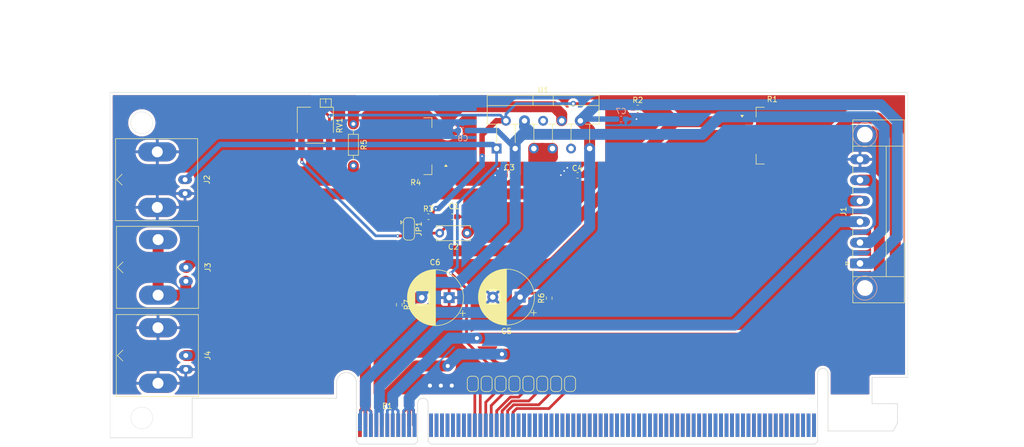
<source format=kicad_pcb>
(kicad_pcb (version 20240108) (generator "pcbnew") (generator_version "8.0")
  (layers (0 "F.Cu" signal) (31 "B.Cu" signal) (34 "B.Paste" user) (35 "F.Paste" user) (36 "B.SilkS" user "B.Silkscreen") (37 "F.SilkS" user "F.Silkscreen") (38 "B.Mask" user) (39 "F.Mask" user) (44 "Edge.Cuts" user))
  (net 0 "")
  (net 1 "Net-(J3-In)")
  (net 2 "Net-(JP1-C)")
  (net 3 "+5V")
  (net 4 "-24V")
  (net 5 "-12V")
  (net 6 "GND")
  (net 7 "+24V")
  (net 8 "+12V")
  (net 9 "Net-(J3-Ext)")
  (net 10 "Net-(JP1-B)")
  (net 11 "Net-(JP1-A)")
  (net 12 "Net-(R2-Pad1)")
  (net 78 "RESET")
  (net 142 "Net-(JP16-A)")
  (net 143 "Net-(JP17-A)")
  (net 144 "Net-(JP14-A)")
  (net 145 "Net-(JP10-A)")
  (net 146 "Net-(JP11-A)")
  (net 147 "Net-(JP12-A)")
  (net 148 "Net-(JP13-A)")
  (net 149 "Net-(JP15-A)")
  (net 150 "Current_setpoint")
  (net 159 "Net-(R4-Pad2)")
  (footprint "Capacitor_SMD:C_0603_1608Metric_Pad1.08x0.95mm_HandSolder" (layer "F.Cu") (at 100.9388 126.926)
    (property "Reference" "C3")
    (property "Value" "C_Small")
  )
  (footprint "Capacitor_THT:CP_Radial_D10.0mm_P5.00mm" (layer "F.Cu") (at 89.917677 149.3 180)
    (property "Reference" "C6")
    (property "Value" "C_Polarized")
  )
  (footprint "Jumper:SolderJumper-2_P1.3mm_Open_RoundedPad1.0x1.5mm" (layer "F.Cu") (at 99.314 165.085 90)
    (property "Reference" "JP12" (hide yes))
    (property "Value" "SolderJumper_2_Open" (hide yes))
  )
  (footprint "Connector_Coaxial:BNC_Amphenol_B6252HB-NPP3G-50_Horizontal" (layer "F.Cu") (at 41.783 159.893 90)
    (property "Reference" "J4")
    (property "Value" "Conn_Coaxial_Small")
  )
  (footprint "Jumper:SolderJumper-2_P1.3mm_Open_RoundedPad1.0x1.5mm" (layer "F.Cu") (at 104.394 165.085 90)
    (property "Reference" "JP14" (hide yes))
    (property "Value" "SolderJumper_2_Open" (hide yes))
  )
  (footprint "Jumper:SolderJumper-2_P1.3mm_Open_RoundedPad1.0x1.5mm" (layer "F.Cu") (at 109.474 165.085 90)
    (property "Reference" "JP16" (hide yes))
    (property "Value" "SolderJumper_2_Open" (hide yes))
  )
  (footprint "Jumper:SolderJumper-2_P1.3mm_Open_RoundedPad1.0x1.5mm" (layer "F.Cu") (at 112.014 165.085 90)
    (property "Reference" "JP17" (hide yes))
    (property "Value" "SolderJumper_2_Open" (hide yes))
  )
  (footprint "Jumper:SolderJumper-3_P1.3mm_Open_RoundedPad1.0x1.5mm" (layer "F.Cu") (at 82.5738 136.726 -90)
    (property "Reference" "JP1")
    (property "Value" "SolderJumper_3_Open")
  )
  (footprint "Resistor_THT:R_Axial_DIN0204_L3.6mm_D1.6mm_P7.62mm_Horizontal" (layer "F.Cu") (at 72.4138 117.526 -90)
    (property "Reference" "R5")
    (property "Value" "0.3")
  )
  (footprint "Jumper:SolderJumper-2_P1.3mm_Open_RoundedPad1.0x1.5mm" (layer "F.Cu") (at 101.854 165.085 90)
    (property "Reference" "JP13" (hide yes))
    (property "Value" "SolderJumper_2_Open" (hide yes))
  )
  (footprint "Potentiometer_SMD:Potentiometer_Bourns_3269P_Horizontal" (layer "F.Cu") (at 65.46 117.8 -90)
    (property "Reference" "RV1")
    (property "Value" "R_Potentiometer_US")
  )
  (footprint "Capacitor_THT:C_Disc_D6.0mm_W2.5mm_P5.00mm" (layer "F.Cu") (at 93.1888 137.5 180)
    (property "Reference" "C2")
    (property "Value" "C_Small")
  )
  (footprint "Resistor_SMD:R_0603_1608Metric_Pad0.98x0.95mm_HandSolder" (layer "F.Cu") (at 108.2 149.4 90)
    (property "Reference" "R6")
    (property "Value" "100k")
  )
  (footprint "Package_TO_SOT_THT:TO-220-11_P3.4x5.08mm_StaggerOdd_Lead4.85mm_Vertical" (layer "F.Cu") (at 98.5954 122.0216)
    (property "Reference" "U1")
    (property "Value" "~")
  )
  (footprint "Capacitor_SMD:C_0603_1608Metric_Pad1.08x0.95mm_HandSolder" (layer "F.Cu") (at 90.5 134.5 180)
    (property "Reference" "C1")
    (property "Value" "C_Small")
  )
  (footprint "Capacitor_SMD:C_0603_1608Metric_Pad1.08x0.95mm_HandSolder" (layer "F.Cu") (at 86.1375 134.5)
    (property "Reference" "R3")
    (property "Value" "20k")
  )
  (footprint "Jumper:SolderJumper-2_P1.3mm_Open_RoundedPad1.0x1.5mm" (layer "F.Cu") (at 94.234 165.085 90)
    (property "Reference" "JP10" (hide yes))
    (property "Value" "SolderJumper_2_Open" (hide yes))
  )
  (footprint "Resistor_SMD:R_0603_1608Metric_Pad0.98x0.95mm_HandSolder" (layer "F.Cu") (at 80.8 150.6 -90)
    (property "Reference" "R7")
    (property "Value" "100k")
  )
  (footprint "Jumper:SolderJumper-2_P1.3mm_Open_RoundedPad1.0x1.5mm" (layer "F.Cu") (at 96.774 165.085 90)
    (property "Reference" "JP11" (hide yes))
    (property "Value" "SolderJumper_2_Open" (hide yes))
  )
  (footprint "Connector_PCBEdge:BUS_PCIexpress_x16" (layer "F.Cu") (at 73.6092 172.65)
    (property "Reference" "E1")
    (property "Value" "~")
    (fp_line (start -0.65 -4.95) (end -0.65 2.95) (stroke (width 0.1)) (layer "Edge.Cuts"))
    (fp_line (start -0.65 2.95) (end -0.15 3.45) (stroke (width 0.1)) (layer "Edge.Cuts"))
    (fp_line (start -0.15 3.45) (end 10.05 3.45) (stroke (width 0.1)) (layer "Edge.Cuts"))
    (fp_line (start 10.55 -4) (end 10.55 2.95) (stroke (width 0.1)) (layer "Edge.Cuts"))
    (fp_line (start 10.55 2.95) (end 10.05 3.45) (stroke (width 0.1)) (layer "Edge.Cuts"))
    (fp_line (start 12.45 -4) (end 12.45 2.95) (stroke (width 0.1)) (layer "Edge.Cuts"))
    (fp_line (start 12.45 2.95) (end 12.95 3.45) (stroke (width 0.1)) (layer "Edge.Cuts"))
    (fp_line (start 12.95 3.45) (end 83.15 3.45) (stroke (width 0.1)) (layer "Edge.Cuts"))
    (fp_line (start 83.65 -4.95) (end 83.65 2.95) (stroke (width 0.1)) (layer "Edge.Cuts"))
    (fp_line (start 83.65 2.95) (end 83.15 3.45) (stroke (width 0.1)) (layer "Edge.Cuts"))
    (fp_arc (start 10.55 -4) (mid 11.5 -4.95) (end 12.45 -4) (stroke (width 0.1)) (layer "Edge.Cuts"))
  )
  (footprint "Connector_Coaxial:BNC_Amphenol_B6252HB-NPP3G-50_Horizontal" (layer "F.Cu") (at 41.8084 143.764 90)
    (property "Reference" "J3")
    (property "Value" "Conn_Coaxial_Small")
  )
  (footprint "Jumper:SolderJumper-2_P1.3mm_Open_RoundedPad1.0x1.5mm" (layer "F.Cu") (at 106.934 165.085 90)
    (property "Reference" "JP15" (hide yes))
    (property "Value" "SolderJumper_2_Open" (hide yes))
  )
  (footprint "Library:TO-263-2_TabPin1" (layer "F.Cu") (at 150.85 119.66)
    (property "Reference" "R1")
    (property "Value" "Shunt")
  )
  (footprint "Library:TO-263-2_TabPin1" (layer "F.Cu") (at 81.9388 121.586 180)
    (property "Reference" "R4")
    (property "Value" "Shunt")
  )
  (footprint "Connector_Phoenix_MC:PhoenixContact_MC_1,5_6-GF-3.81_1x06_P3.81mm_Horizontal_ThreadedFlange_MountHole" (layer "F.Cu") (at 165 143.04 90)
    (property "Reference" "J1")
    (property "Value" "Conn_01x06_Socket")
  )
  (footprint "Capacitor_SMD:C_0603_1608Metric_Pad1.08x0.95mm_HandSolder" (layer "F.Cu") (at 124.4 114.6)
    (property "Reference" "R2")
    (property "Value" "1k")
  )
  (footprint "Capacitor_THT:CP_Radial_D10.0mm_P5.00mm" (layer "F.Cu") (at 102.890077 149.1984 180)
    (property "Reference" "C5")
    (property "Value" "C_Polarized")
  )
  (footprint "Connector_Coaxial:BNC_Amphenol_B6252HB-NPP3G-50_Horizontal" (layer "F.Cu") (at 41.656 127.7112 90)
    (property "Reference" "J2")
    (property "Value" "Conn_Coaxial_Small")
  )
  (footprint "Capacitor_SMD:C_0603_1608Metric_Pad1.08x0.95mm_HandSolder" (layer "F.Cu") (at 113.3763 126.926)
    (property "Reference" "C4")
    (property "Value" "C_Small")
  )
  (footprint "Capacitor_SMD:C_0603_1608Metric_Pad1.08x0.95mm_HandSolder" (layer "B.Cu") (at 121.3388 116.626 180)
    (property "Reference" "C7")
    (property "Value" "C_Small")
  )
  (footprint "Capacitor_SMD:C_0603_1608Metric_Pad1.08x0.95mm_HandSolder" (layer "B.Cu") (at 92.4388 118.726)
    (property "Reference" "C8")
    (property "Value" "C_Small")
  )
  (gr_rect (start 146.6 112.85) (end 158.1 126.35) (stroke (width 0.2)) (fill solid) (layer "F.Cu") (net 6))
  (gr_rect (start 74.9388 115.526) (end 85.9388 127.526) (stroke (width 0.2)) (fill solid) (layer "F.Cu") (net 6))
  (gr_line (start 171.86 172.21) (end 171.1 173.7) (stroke (width 0.1)) (layer "Edge.Cuts"))
  (gr_line (start 171.86 168.7) (end 167.2118 168.7) (stroke (width 0.1)) (layer "Edge.Cuts"))
  (gr_line (start 27.94 111.76) (end 27.95 174.94) (stroke (width 0.05)) (layer "Edge.Cuts"))
  (gr_line (start 42.95 174.94) (end 42.95 167.7) (stroke (width 0.1)) (layer "Edge.Cuts"))
  (gr_line (start 157.2592 167.7) (end 157.26 163.2) (stroke (width 0.1)) (layer "Edge.Cuts"))
  (gr_line (start 171.86 172.21) (end 171.86 168.7) (stroke (width 0.1)) (layer "Edge.Cuts"))
  (gr_line (start 27.95 174.94) (end 42.95 174.94) (stroke (width 0.1)) (layer "Edge.Cuts"))
  (gr_line (start 159.16 163.2) (end 159.16 173.7) (stroke (width 0.1)) (layer "Edge.Cuts"))
  (gr_line (start 72.9592 167.7) (end 72.96 164.830007) (stroke (width 0.1)) (layer "Edge.Cuts"))
  (gr_line (start 173.736 163.901255) (end 173.736 111.76) (stroke (width 0.05)) (layer "Edge.Cuts"))
  (gr_line (start 171.1 173.7) (end 159.16 173.7) (stroke (width 0.1)) (layer "Edge.Cuts"))
  (gr_line (start 27.94 111.76) (end 173.736 111.76) (stroke (width 0.1)) (layer "Edge.Cuts"))
  (gr_arc (start 157.26 163.2) (mid 158.21 162.25) (end 159.16 163.2) (stroke (width 0.1)) (layer "Edge.Cuts"))
  (gr_line (start 69.349986 164.830007) (end 69.35 167.7) (stroke (width 0.1)) (layer "Edge.Cuts"))
  (gr_line (start 69.35 167.7) (end 42.95 167.7) (stroke (width 0.1)) (layer "Edge.Cuts"))
  (gr_line (start 167.2118 163.901255) (end 173.736 163.901255) (stroke (width 0.1)) (layer "Edge.Cuts"))
  (gr_circle (center 33.75 117.32) (end 35.75 117.32) (stroke (width 0.05)) (fill none) (layer "Edge.Cuts"))
  (gr_line (start 167.2118 168.7) (end 167.2118 163.9) (stroke (width 0.1)) (layer "Edge.Cuts"))
  (gr_arc (start 69.349986 164.830007) (mid 71.154993 163.025) (end 72.96 164.830007) (stroke (width 0.1)) (layer "Edge.Cuts"))
  (gr_circle (center 33.75 171.32) (end 35.75 171.32) (stroke (width 0.05)) (fill none) (layer "Edge.Cuts"))
  (segment (start 72.4138 125.146) (end 72.4138 128.001) (width 2) (layer "F.Cu") (net 1))
  (segment (start 55.3615 130.326) (end 74.7388 130.326) (width 2) (layer "F.Cu") (net 1))
  (segment (start 72.4138 128.001) (end 74.7388 130.326) (width 2) (layer "F.Cu") (net 1))
  (segment (start 41.9235 143.764) (end 55.3615 130.326) (width 2) (layer "F.Cu") (net 1))
  (segment (start 41.8084 143.764) (end 41.9235 143.764) (width 2) (layer "F.Cu") (net 1))
  (segment (start 108.7888 122.006) (end 108.7888 123.576) (width 2) (layer "F.Cu") (net 1))
  (segment (start 105.3888 130.326) (end 105.3888 122.006) (width 2) (layer "F.Cu") (net 1))
  (segment (start 108.7888 123.576) (end 108.0388 124.326) (width 2) (layer "F.Cu") (net 1))
  (segment (start 74.7388 130.326) (end 107.2388 130.326) (width 2) (layer "F.Cu") (net 1))
  (segment (start 93.5 130.326) (end 93.5 137.1888) (width 2) (layer "F.Cu") (net 1))
  (segment (start 93.5 137.1888) (end 93.1888 137.5) (width 2) (layer "F.Cu") (net 1))
  (segment (start 107.2388 130.326) (end 108.0388 129.526) (width 2) (layer "F.Cu") (net 1))
  (segment (start 89.5888 124.126) (end 89.5888 130.026) (width 2) (layer "F.Cu") (net 1))
  (segment (start 105.3888 122.006) (end 105.3888 122.491) (width 2) (layer "F.Cu") (net 1))
  (segment (start 108.0388 124.326) (end 108.0388 129.526) (width 2) (layer "F.Cu") (net 1))
  (segment (start 106.9388 122.006) (end 106.9388 130.326) (width 2) (layer "F.Cu") (net 1))
  (segment (start 106.9388 122.006) (end 108.7888 122.006) (width 2) (layer "F.Cu") (net 1))
  (segment (start 93.5 134.5) (end 91.3625 134.5) (width 0.5) (layer "F.Cu") (net 1))
  (segment (start 105.3888 122.006) (end 106.9388 122.006) (width 2) (layer "F.Cu") (net 1))
  (segment (start 85.3888 136.726) (end 86.1628 137.5) (width 0.5) (layer "F.Cu") (net 2))
  (segment (start 82.5738 136.726) (end 85.3888 136.726) (width 0.5) (layer "F.Cu") (net 2))
  (segment (start 89.6375 134.5) (end 89.6375 136.0513) (width 0.5) (layer "F.Cu") (net 2))
  (segment (start 86.1628 137.5) (end 88.1888 137.5) (width 0.5) (layer "F.Cu") (net 2))
  (segment (start 89.6375 136.0513) (end 88.1888 137.5) (width 0.5) (layer "F.Cu") (net 2))
  (segment (start 168.529 129.413) (end 166.916 127.8) (width 2) (layer "F.Cu") (net 3))
  (segment (start 168.529 148.844) (end 168.529 129.413) (width 2) (layer "F.Cu") (net 3))
  (segment (start 94.996 156.718) (end 160.655 156.718) (width 2) (layer "F.Cu") (net 3))
  (segment (start 160.655 156.718) (end 168.529 148.844) (width 2) (layer "F.Cu") (net 3))
  (segment (start 166.916 127.8) (end 165 127.8) (width 2) (layer "F.Cu") (net 3))
  (via (at 94.996 156.718) (size 1.5) (drill 0.75) (layers "F.Cu" "B.Cu") (net 3))
  (segment (start 90.082 156.718) (end 79.6 167.2) (width 2) (layer "B.Cu") (net 3))
  (segment (start 80.6092 170.0092) (end 80.6092 172.65) (width 0.5) (layer "B.Cu") (net 3))
  (segment (start 78.6092 172.65) (end 78.6092 169.9908) (width 0.5) (layer "B.Cu") (net 3))
  (segment (start 79.6 169) (end 79.6 170.65826) (width 0.5) (layer "B.Cu") (net 3))
  (segment (start 79.6 170.65826) (end 79.6092 170.66746) (width 0.5) (layer "B.Cu") (net 3))
  (segment (start 79.6 167.2) (end 79.6 169) (width 2) (layer "B.Cu") (net 3))
  (segment (start 78.6092 169.9908) (end 79.6 169) (width 0.5) (layer "B.Cu") (net 3))
  (segment (start 79.6092 170.66746) (end 79.6092 172.65) (width 0.5) (layer "B.Cu") (net 3))
  (segment (start 94.996 156.718) (end 90.082 156.718) (width 2) (layer "B.Cu") (net 3))
  (segment (start 79.6 169) (end 80.6092 170.0092) (width 0.5) (layer "B.Cu") (net 3))
  (segment (start 74.6092 169.1132) (end 73.8092 169.9132) (width 0.7) (layer "F.Cu") (net 4))
  (segment (start 74.6092 172.65) (end 74.6092 169.1132) (width 0.7) (layer "F.Cu") (net 4))
  (segment (start 101.9888 126.7385) (end 101.8013 126.926) (width 1) (layer "F.Cu") (net 4))
  (segment (start 75.6092 172.65) (end 75.6092 170.1132) (width 0.5) (layer "F.Cu") (net 4))
  (segment (start 101.9888 122.006) (end 101.9888 126.7385) (width 1) (layer "F.Cu") (net 4))
  (segment (start 84.865677 149.352) (end 84.917677 149.3) (width 2) (layer "F.Cu") (net 4))
  (segment (start 75.6092 170.1132) (end 74.6092 169.1132) (width 0.5) (layer "F.Cu") (net 4))
  (segment (start 74.6092 169.1132) (end 74.6092 152.9748) (width 2) (layer "F.Cu") (net 4))
  (segment (start 74.6092 152.9748) (end 78.232 149.352) (width 2) (layer "F.Cu") (net 4))
  (segment (start 73.7092 170.0132) (end 73.7092 172.55) (width 0.5) (layer "F.Cu") (net 4))
  (segment (start 78.232 149.352) (end 84.865677 149.352) (width 2) (layer "F.Cu") (net 4))
  (segment (start 73.8092 169.9132) (end 73.7092 170.0132) (width 0.5) (layer "F.Cu") (net 4))
  (segment (start 101.9888 136.2112) (end 91.6928 146.5072) (width 2) (layer "B.Cu") (net 4))
  (segment (start 167.4 116.2) (end 169.418 118.218) (width 2) (layer "B.Cu") (net 4))
  (segment (start 98.7088 118.726) (end 93.3013 118.726) (width 1) (layer "B.Cu") (net 4))
  (segment (start 84.917677 148.282323) (end 84.917677 149.3) (width 2) (layer "B.Cu") (net 4))
  (segment (start 101.9888 120.776) (end 101.9888 122.006) (width 2) (layer "B.Cu") (net 4))
  (segment (start 136.174 119.426) (end 139.4 116.2) (width 2) (layer "B.Cu") (net 4))
  (segment (start 103.6888 117.976) (end 103.6888 116.926) (width 2) (layer "B.Cu") (net 4))
  (segment (start 86.6928 146.5072) (end 84.917677 148.282323) (width 2) (layer "B.Cu") (net 4))
  (segment (start 105.1388 119.426) (end 103.6888 117.976) (width 2) (layer "B.Cu") (net 4))
  (segment (start 139.4 116.2) (end 167.4 116.2) (width 2) (layer "B.Cu") (net 4))
  (segment (start 101.9888 122.006) (end 101.9888 136.2112) (width 2) (layer "B.Cu") (net 4))
  (segment (start 169.418 136.582) (end 166.77 139.23) (width 2) (layer "B.Cu") (net 4))
  (segment (start 103.3388 119.426) (end 101.9888 120.776) (width 2) (layer "B.Cu") (net 4))
  (segment (start 105.1388 119.426) (end 136.174 119.426) (width 2) (layer "B.Cu") (net 4))
  (segment (start 166.77 139.23) (end 165 139.23) (width 2) (layer "B.Cu") (net 4))
  (segment (start 91.6928 146.5072) (end 86.6928 146.5072) (width 2) (layer "B.Cu") (net 4))
  (segment (start 169.418 118.218) (end 169.418 136.582) (width 2) (layer "B.Cu") (net 4))
  (segment (start 101.9888 122.006) (end 98.7088 118.726) (width 1) (layer "B.Cu") (net 4))
  (segment (start 105.1388 119.426) (end 103.3388 119.426) (width 2) (layer "B.Cu") (net 4))
  (segment (start 161.036 129.667) (end 162.979 131.61) (width 2) (layer "F.Cu") (net 5))
  (segment (start 77.2 168.514) (end 77.6092 168.9232) (width 0.5) (layer "F.Cu") (net 5))
  (segment (start 161.036 118.618) (end 161.036 129.667) (width 2) (layer "F.Cu") (net 5))
  (segment (start 89.662 161.798) (end 83.916 161.798) (width 2) (layer "F.Cu") (net 5))
  (segment (start 168.275 116.459) (end 163.195 116.459) (width 2) (layer "F.Cu") (net 5))
  (segment (start 76.6092 169.1048) (end 76.6092 172.65) (width 0.5) (layer "F.Cu") (net 5))
  (segment (start 99.568 159.639) (end 162.306 159.639) (width 2) (layer "F.Cu") (net 5))
  (segment (start 162.306 159.639) (end 171.45 150.495) (width 2) (layer "F.Cu") (net 5))
  (segment (start 162.979 131.61) (end 165 131.61) (width 2) (layer "F.Cu") (net 5))
  (segment (start 163.195 116.459) (end 161.036 118.618) (width 2) (layer "F.Cu") (net 5))
  (segment (start 171.45 150.495) (end 171.45 119.634) (width 2) (layer "F.Cu") (net 5))
  (segment (start 77.6092 168.9232) (end 77.6092 172.65) (width 0.5) (layer "F.Cu") (net 5))
  (segment (start 83.916 161.798) (end 77.2 168.514) (width 2) (layer "F.Cu") (net 5))
  (segment (start 77.2 168.514) (end 76.6092 169.1048) (width 0.5) (layer "F.Cu") (net 5))
  (segment (start 171.45 119.634) (end 168.275 116.459) (width 2) (layer "F.Cu") (net 5))
  (via (at 89.662 161.798) (size 1.5) (drill 0.75) (layers "F.Cu" "B.Cu") (net 5))
  (via (at 99.568 159.639) (size 1.5) (drill 0.75) (layers "F.Cu" "B.Cu") (net 5))
  (segment (start 91.821 159.639) (end 89.662 161.798) (width 2) (layer "B.Cu") (net 5))
  (segment (start 99.568 159.639) (end 91.821 159.639) (width 2) (layer "B.Cu") (net 5))
  (segment (start 110.3388 126.726) (end 110.3388 126.8885) (width 1) (layer "F.Cu") (net 6))
  (segment (start 98.3388 126.926) (end 98.3388 126.226) (width 1) (layer "F.Cu") (net 6))
  (segment (start 112.5138 126.551) (end 112.5138 126.926) (width 1) (layer "F.Cu") (net 6))
  (segment (start 81.6092 172.65) (end 81.6092 170.2) (width 0.5) (layer "F.Cu") (net 6))
  (segment (start 82.6092 169.2092) (end 83.4092 170.0092) (width 0.5) (layer "F.Cu") (net 6))
  (segment (start 98.3388 126.926) (end 100.0763 126.926) (width 1) (layer "F.Cu") (net 6))
  (segment (start 100.0388 126.926) (end 98.8388 125.726) (width 1) (layer "F.Cu") (net 6))
  (segment (start 81.6092 170.2) (end 82.6092 169.2) (width 0.5) (layer "F.Cu") (net 6))
  (segment (start 90.4 165.4) (end 85 165.4) (width 1.5) (layer "F.Cu") (net 6))
  (segment (start 82.6092 169.2) (end 82.6092 169.2092) (width 0.5) (layer "F.Cu") (net 6))
  (segment (start 83.4092 170.0092) (end 83.4092 172.65) (width 0.5) (layer "F.Cu") (net 6))
  (segment (start 82.6092 172.65) (end 82.6092 169.2) (width 0.7) (layer "F.Cu") (net 6))
  (segment (start 110.9388 126.126) (end 110.3388 126.726) (width 1) (layer "F.Cu") (net 6))
  (segment (start 111.0763 126.8885) (end 110.3388 126.8885) (width 1) (layer "F.Cu") (net 6))
  (segment (start 110.9388 126.126) (end 111.7138 126.126) (width 1) (layer "F.Cu") (net 6))
  (segment (start 112.4763 126.8885) (end 112.5138 126.926) (width 1) (layer "F.Cu") (net 6))
  (segment (start 100.0763 125.926) (end 100.0763 126.926) (width 1) (layer "F.Cu") (net 6))
  (segment (start 99.8763 125.726) (end 98.8388 125.726) (width 1) (layer "F.Cu") (net 6))
  (segment (start 100.0763 125.926) (end 99.8763 125.726) (width 1) (layer "F.Cu") (net 6))
  (segment (start 111.5138 125.551) (end 112.5138 126.551) (width 1) (layer "F.Cu") (net 6))
  (segment (start 98.3388 126.226) (end 98.8388 125.726) (width 1) (layer "F.Cu") (net 6))
  (segment (start 111.5138 125.551) (end 110.9388 126.126) (width 1) (layer "F.Cu") (net 6))
  (segment (start 110.3388 126.8885) (end 112.4763 126.8885) (width 1) (layer "F.Cu") (net 6))
  (segment (start 85 165.4) (end 82.6092 167.7908) (width 1.5) (layer "F.Cu") (net 6))
  (segment (start 111.1388 126.826) (end 111.0763 126.8885) (width 1) (layer "F.Cu") (net 6))
  (segment (start 100.0763 126.926) (end 100.0388 126.926) (width 1) (layer "F.Cu") (net 6))
  (segment (start 82.6092 167.7908) (end 82.6092 169.2) (width 1.5) (layer "F.Cu") (net 6))
  (segment (start 111.7138 126.126) (end 112.5138 126.926) (width 1) (layer "F.Cu") (net 6))
  (via (at 110.9388 126.126) (size 0.6) (drill 0.3) (layers "F.Cu" "B.Cu") (net 6))
  (via (at 110.3388 126.8885) (size 0.6) (drill 0.3) (layers "F.Cu" "B.Cu") (net 6))
  (via (at 98.8388 125.726) (size 0.6) (drill 0.3) (layers "F.Cu" "B.Cu") (net 6))
  (via (at 124.1552 116.6368) (size 0.6) (drill 0.3) (layers "F.Cu" "B.Cu") (net 6))
  (via (at 100.0763 125.926) (size 0.6) (drill 0.3) (layers "F.Cu" "B.Cu") (net 6))
  (via (at 88.4 165.4) (size 1.5) (drill 0.75) (layers "F.Cu" "B.Cu") (net 6))
  (via (at 98.3388 126.926) (size 0.6) (drill 0.3) (layers "F.Cu" "B.Cu") (net 6))
  (via (at 111.5138 125.551) (size 0.6) (drill 0.3) (layers "F.Cu" "B.Cu") (net 6))
  (via (at 86.4 165.4) (size 1.5) (drill 0.75) (layers "F.Cu" "B.Cu") (net 6))
  (via (at 90.4 165.4) (size 1.5) (drill 0.75) (layers "F.Cu" "B.Cu") (net 6))
  (segment (start 82.6092 169) (end 82.6092 167.66746) (width 2) (layer "B.Cu") (net 6))
  (segment (start 82.6092 169) (end 81.6092 170) (width 0.5) (layer "B.Cu") (net 6))
  (segment (start 81.6092 170) (end 81.6092 172.65) (width 0.5) (layer "B.Cu") (net 6))
  (segment (start 82.6092 172.65) (end 82.6092 169) (width 0.5) (layer "B.Cu") (net 6))
  (segment (start 124.1444 116.626) (end 124.1552 116.6368) (width 0.5) (layer "B.Cu") (net 6))
  (segment (start 83.4092 169.8) (end 83.4092 172.65) (width 0.5) (layer "B.Cu") (net 6))
  (segment (start 84.87666 165.4) (end 90.4 165.4) (width 2) (layer "B.Cu") (net 6))
  (segment (start 122.2013 116.626) (end 124.1444 116.626) (width 0.5) (layer "B.Cu") (net 6))
  (segment (start 82.6092 167.66746) (end 84.87666 165.4) (width 2) (layer "B.Cu") (net 6))
  (segment (start 82.6092 169) (end 83.4092 169.8) (width 0.5) (layer "B.Cu") (net 6))
  (segment (start 103.600977 148.4875) (end 102.890077 149.1984) (width 0.5) (layer "F.Cu") (net 7))
  (segment (start 115.5888 122.006) (end 115.5888 118.626) (width 2) (layer "F.Cu") (net 7))
  (segment (start 115.5888 125.576) (end 114.2388 126.926) (width 1) (layer "F.Cu") (net 7))
  (segment (start 115.5888 125.576) (end 115.5888 122.006) (width 1) (layer "F.Cu") (net 7))
  (segment (start 115.5888 118.626) (end 113.8888 116.926) (width 2) (layer "F.Cu") (net 7))
  (segment (start 108.2 148.4875) (end 103.600977 148.4875) (width 0.5) (layer "F.Cu") (net 7))
  (segment (start 171.831 117.031) (end 171.831 138.169) (width 2) (layer "B.Cu") (net 7))
  (segment (start 114.1888 116.626) (end 113.8888 116.926) (width 1) (layer "B.Cu") (net 7))
  (segment (start 102.890077 149.209923) (end 102.890077 149.1984) (width 2) (layer "B.Cu") (net 7))
  (segment (start 166.96 143.04) (end 165 143.04) (width 2) (layer "B.Cu") (net 7))
  (segment (start 74.4728 169.0728) (end 75.6092 170.2092) (width 0.5) (layer "B.Cu") (net 7))
  (segment (start 87.181 152.019) (end 100.081 152.019) (width 2) (layer "B.Cu") (net 7))
  (segment (start 74.6 164.6) (end 87.181 152.019) (width 2) (layer "B.Cu") (net 7))
  (segment (start 116.8148 114) (end 168.8 114) (width 2) (layer "B.Cu") (net 7))
  (segment (start 75.6092 170.2092) (end 75.6092 172.65) (width 0.5) (layer "B.Cu") (net 7))
  (segment (start 74.6092 168.9448) (end 74.6092 172.65) (width 0.5) (layer "B.Cu") (net 7))
  (segment (start 115.5888 136.4112) (end 102.890077 149.109923) (width 2) (layer "B.Cu") (net 7))
  (segment (start 115.5888 122.006) (end 115.5888 136.4112) (width 2) (layer "B.Cu") (net 7))
  (segment (start 171.831 138.169) (end 166.96 143.04) (width 2) (layer "B.Cu") (net 7))
  (segment (start 73.7092 170.0908) (end 73.7092 172.1) (width 0.5) (layer "B.Cu") (net 7))
  (segment (start 168.8 114) (end 171.831 117.031) (width 2) (layer "B.Cu") (net 7))
  (segment (start 102.890077 149.109923) (end 102.890077 149.1984) (width 2) (layer "B.Cu") (net 7))
  (segment (start 74.6 169.2) (end 73.7092 170.0908) (width 0.5) (layer "B.Cu") (net 7))
  (segment (start 120.4763 116.626) (end 114.1888 116.626) (width 1) (layer "B.Cu") (net 7))
  (segment (start 100.081 152.019) (end 102.890077 149.209923) (width 2) (layer "B.Cu") (net 7))
  (segment (start 113.8888 116.926) (end 116.8148 114) (width 2) (layer "B.Cu") (net 7))
  (segment (start 74.6 168.9356) (end 74.6 164.6) (width 2) (layer "B.Cu") (net 7))
  (segment (start 77.1652 165.6348) (end 88.495 154.305) (width 2) (layer "B.Cu") (net 8))
  (segment (start 76.6092 172.65) (end 76.6092 169.9232) (width 0.7) (layer "B.Cu") (net 8))
  (segment (start 161 135.4) (end 164.98 135.4) (width 2) (layer "B.Cu") (net 8))
  (segment (start 76.6092 169.9232) (end 77.1652 169.3672) (width 0.7) (layer "B.Cu") (net 8))
  (segment (start 77.6092 172.65) (end 77.6092 168.7444) (width 0.7) (layer "B.Cu") (net 8))
  (segment (start 77.1652 169.3672) (end 77.1652 165.6348) (width 2) (layer "B.Cu") (net 8))
  (segment (start 88.495 154.305) (end 142.095 154.305) (width 2) (layer "B.Cu") (net 8))
  (segment (start 142.095 154.305) (end 161 135.4) (width 2) (layer "B.Cu") (net 8))
  (segment (start 164.98 135.4) (end 165 135.42) (width 2) (layer "B.Cu") (net 8))
  (segment (start 126 114.6) (end 128.6 114.6) (width 2) (layer "F.Cu") (net 9))
  (segment (start 36.7284 148.844) (end 41.783 148.844) (width 2) (layer "F.Cu") (net 9))
  (segment (start 47.244 159.893) (end 58.293 148.844) (width 2) (layer "F.Cu") (net 9))
  (segment (start 41.783 159.893) (end 47.244 159.893) (width 2) (layer "F.Cu") (net 9))
  (segment (start 41.783 148.844) (end 58.293 148.844) (width 2) (layer "F.Cu") (net 9))
  (segment (start 66.3956 140.7414) (end 58.293 148.844) (width 2) (layer "F.Cu") (net 9))
  (segment (start 107.5436 140.7414) (end 66.3956 140.7414) (width 2) (layer "F.Cu") (net 9))
  (segment (start 41.783 148.844) (end 41.783 146.3294) (width 2) (layer "F.Cu") (net 9))
  (segment (start 128.6 114.6) (end 131.12 117.12) (width 2) (layer "F.Cu") (net 9))
  (segment (start 131.165 117.12) (end 107.5436 140.7414) (width 2) (layer "F.Cu") (net 9))
  (segment (start 131.165 117.12) (end 143.2 117.12) (width 2) (layer "F.Cu") (net 9))
  (segment (start 41.783 146.3294) (end 41.8084 146.304) (width 2) (layer "F.Cu") (net 9))
  (segment (start 131.12 117.12) (end 131.165 117.12) (width 2) (layer "F.Cu") (net 9))
  (segment (start 36.7284 138.684) (end 36.7284 148.844) (width 2) (layer "F.Cu") (net 9))
  (segment (start 82.5478 138) (end 82.5738 138.026) (width 0.5) (layer "F.Cu") (net 10))
  (segment (start 63 121.08) (end 62.92 121) (width 0.5) (layer "F.Cu") (net 10))
  (segment (start 80.5 138) (end 82.5478 138) (width 0.5) (layer "F.Cu") (net 10))
  (segment (start 63 124.5) (end 63 121.08) (width 0.5) (layer "F.Cu") (net 10))
  (via (at 80.5 138) (size 0.6) (drill 0.3) (layers "F.Cu" "B.Cu") (net 10))
  (via (at 63 124.5) (size 0.6) (drill 0.3) (layers "F.Cu" "B.Cu") (net 10))
  (segment (start 63 124.5) (end 76.5 138) (width 0.5) (layer "B.Cu") (net 10))
  (segment (start 76.5 138) (end 80.5 138) (width 0.5) (layer "B.Cu") (net 10))
  (segment (start 82.5738 135.426) (end 84.349 135.426) (width 0.5) (layer "F.Cu") (net 11))
  (segment (start 84.349 135.426) (end 85.275 134.5) (width 0.5) (layer "F.Cu") (net 11))
  (segment (start 95.9388 123.426) (end 95.9388 119.526) (width 1) (layer "F.Cu") (net 12))
  (segment (start 68.04 116.16) (end 68.04 120.96) (width 0.5) (layer "F.Cu") (net 12))
  (segment (start 95.9388 119.526) (end 98.5388 116.926) (width 1) (layer "F.Cu") (net 12))
  (segment (start 98.5388 116.926) (end 100.2888 116.926) (width 1) (layer "F.Cu") (net 12))
  (segment (start 68.04 116.16) (end 66.48 114.6) (width 0.5) (layer "F.Cu") (net 12))
  (segment (start 68.04 120.96) (end 68 121) (width 0.5) (layer "F.Cu") (net 12))
  (segment (start 122.7375 113.8) (end 123.5375 114.6) (width 0.5) (layer "F.Cu") (net 12))
  (segment (start 87 133.5) (end 87.5 133) (width 0.5) (layer "F.Cu") (net 12))
  (segment (start 66.48 114.6) (end 65.46 114.6) (width 0.5) (layer "F.Cu") (net 12))
  (segment (start 112.6 113.8) (end 122.7375 113.8) (width 0.5) (layer "F.Cu") (net 12))
  (segment (start 87 134.5) (end 87 133.5) (width 0.5) (layer "F.Cu") (net 12))
  (via (at 112.6 113.8) (size 1) (drill 0.5) (layers "F.Cu" "B.Cu") (net 12))
  (via (at 68.04 116.16) (size 0.6) (drill 0.3) (layers "F.Cu" "B.Cu") (net 12))
  (via (at 95.9388 123.426) (size 0.6) (drill 0.3) (layers "F.Cu" "B.Cu") (net 12))
  (via (at 87.5 133) (size 0.6) (drill 0.3) (layers "F.Cu" "B.Cu") (net 12))
  (segment (start 88 133) (end 95.9388 125.0612) (width 1) (layer "B.Cu") (net 12))
  (segment (start 95.9388 125.0612) (end 95.9388 123.426) (width 1) (layer "B.Cu") (net 12))
  (segment (start 100.2888 115.7112) (end 100.2888 116.926) (width 0.5) (layer "B.Cu") (net 12))
  (segment (start 87.5 133) (end 88 133) (width 1) (layer "B.Cu") (net 12))
  (segment (start 68.293999 115.906001) (end 99.268801 115.906001) (width 0.5) (layer "B.Cu") (net 12))
  (segment (start 68.04 116.16) (end 68.293999 115.906001) (width 0.5) (layer "B.Cu") (net 12))
  (segment (start 99.268801 115.906001) (end 100.2888 116.926) (width 0.5) (layer "B.Cu") (net 12))
  (segment (start 112.6 113.8) (end 102.2 113.8) (width 0.5) (layer "B.Cu") (net 12))
  (segment (start 102.2 113.8) (end 100.2888 115.7112) (width 0.5) (layer "B.Cu") (net 12))
  (segment (start 101.7134 168.8958) (end 106.3132 168.8958) (width 0.5) (layer "F.Cu") (net 142))
  (segment (start 106.3132 168.8958) (end 109.474 165.735) (width 0.5) (layer "F.Cu") (net 142))
  (segment (start 100.6092 172.65) (end 100.6092 170) (width 0.5) (layer "F.Cu") (net 142))
  (segment (start 100.6092 170) (end 101.7134 168.8958) (width 0.5) (layer "F.Cu") (net 142))
  (segment (start 102.2634 169.5958) (end 108.1532 169.5958) (width 0.5) (layer "F.Cu") (net 143))
  (segment (start 101.6092 172.65) (end 101.6092 170.25) (width 0.5) (layer "F.Cu") (net 143))
  (segment (start 101.6092 170.25) (end 102.2634 169.5958) (width 0.5) (layer "F.Cu") (net 143))
  (segment (start 108.1532 169.5958) (end 112.014 165.735) (width 0.5) (layer "F.Cu") (net 143))
  (segment (start 101.1134 167.4958) (end 102.6332 167.4958) (width 0.5) (layer "F.Cu") (net 144))
  (segment (start 102.6332 167.4958) (end 104.394 165.735) (width 0.5) (layer "F.Cu") (net 144))
  (segment (start 98.6092 172.65) (end 98.6092 170) (width 0.5) (layer "F.Cu") (net 144))
  (segment (start 98.6092 170) (end 101.1134 167.4958) (width 0.5) (layer "F.Cu") (net 144))
  (segment (start 94.6092 166.1102) (end 94.234 165.735) (width 0.5) (layer "F.Cu") (net 145))
  (segment (start 94.6092 172.65) (end 94.6092 166.1102) (width 0.5) (layer "F.Cu") (net 145))
  (segment (start 95.6092 166.8998) (end 96.774 165.735) (width 0.5) (layer "F.Cu") (net 146))
  (segment (start 95.6092 172.65) (end 95.6092 166.8998) (width 0.5) (layer "F.Cu") (net 146))
  (segment (start 96.6092 172.65) (end 96.6092 168.4398) (width 0.5) (layer "F.Cu") (net 147))
  (segment (start 96.6092 168.4398) (end 99.314 165.735) (width 0.5) (layer "F.Cu") (net 147))
  (segment (start 97.6092 169.045809) (end 99.859209 166.7958) (width 0.5) (layer "F.Cu") (net 148))
  (segment (start 101.479 166.7958) (end 101.854 166.4208) (width 0.5) (layer "F.Cu") (net 148))
  (segment (start 101.854 166.4208) (end 101.854 165.735) (width 0.5) (layer "F.Cu") (net 148))
  (segment (start 99.859209 166.7958) (end 101.479 166.7958) (width 0.5) (layer "F.Cu") (net 148))
  (segment (start 97.6092 172.65) (end 97.6092 169.045809) (width 0.5) (layer "F.Cu") (net 148))
  (segment (start 99.6092 170) (end 101.4134 168.1958) (width 0.5) (layer "F.Cu") (net 149))
  (segment (start 99.6092 172.65) (end 99.6092 170) (width 0.5) (layer "F.Cu") (net 149))
  (segment (start 101.4134 168.1958) (end 104.4732 168.1958) (width 0.5) (layer "F.Cu") (net 149))
  (segment (start 104.4732 168.1958) (end 106.934 165.735) (width 0.5) (layer "F.Cu") (net 149))
  (segment (start 94.234 164.435) (end 112.014 164.435) (width 0.5) (layer "F.Cu") (net 150))
  (segment (start 93.091 147.6756) (end 93.091 157.4292) (width 0.5) (layer "F.Cu") (net 150))
  (segment (start 93.091 157.4292) (end 99.314 163.6522) (width 0.5) (layer "F.Cu") (net 150))
  (segment (start 99.314 163.6522) (end 99.314 164.435) (width 0.5) (layer "F.Cu") (net 150))
  (segment (start 90.2462 144.8308) (end 93.091 147.6756) (width 0.5) (layer "F.Cu") (net 150))
  (via (at 90.2462 144.8308) (size 0.6) (drill 0.3) (layers "F.Cu" "B.Cu") (net 150))
  (segment (start 91.4146 132.089539) (end 98.5888 124.915339) (width 0.5) (layer "B.Cu") (net 150))
  (segment (start 98.5888 122.006) (end 97.8678 121.285) (width 1) (layer "B.Cu") (net 150))
  (segment (start 48.0822 121.285) (end 41.656 127.7112) (width 1) (layer "B.Cu") (net 150))
  (segment (start 91.4146 143.6624) (end 91.4146 132.089539) (width 0.5) (layer "B.Cu") (net 150))
  (segment (start 97.8678 121.285) (end 48.0822 121.285) (width 1) (layer "B.Cu") (net 150))
  (segment (start 98.5888 124.915339) (end 98.5888 122.006) (width 0.5) (layer "B.Cu") (net 150))
  (segment (start 90.2462 144.8308) (end 91.4146 143.6624) (width 0.5) (layer "B.Cu") (net 150))
  (segment (start 72.4138 115.051) (end 72.4138 117.526) (width 2) (layer "F.Cu") (net 159))
  (segment (start 73.9388 113.526) (end 72.4138 115.051) (width 2) (layer "F.Cu") (net 159))
  (segment (start 110.4888 115.776) (end 109.0888 114.376) (width 2) (layer "F.Cu") (net 159))
  (segment (start 89.5888 116.176) (end 86.9388 113.526) (width 2) (layer "F.Cu") (net 159))
  (segment (start 89.5888 116.676) (end 89.5888 119.046) (width 2) (layer "F.Cu") (net 159))
  (segment (start 89.5888 119.046) (end 89.5888 116.176) (width 2) (layer "F.Cu") (net 159))
  (segment (start 91.8888 114.376) (end 89.5888 116.676) (width 2) (layer "F.Cu") (net 159))
  (segment (start 109.0888 114.376) (end 91.8888 114.376) (width 2) (layer "F.Cu") (net 159))
  (segment (start 86.9388 113.526) (end 73.9388 113.526) (width 2) (layer "F.Cu") (net 159))
  (segment (start 110.4888 116.926) (end 110.4888 115.776) (width 2) (layer "F.Cu") (net 159))
  (zone (net 6) (net_name "GND") (layer "F.Cu") (connect_pads (clearance 0.5)) (min_thickness 0.25) (fill yes (thermal_gap 0.5) (thermal_bridge_width 0.5))
    (polygon (pts (xy 19.3548 96.3168) (xy 192.1764 96.6216) (xy 195 167) (xy 8 167)))
  )
  (zone (net 0) (net_name "") (layer "F.Cu") (connect_pads (clearance 0)) (min_thickness 0.25)
    (keepout (tracks allowed) (vias allowed) (pads allowed) (copperpour not_allowed) (footprints allowed))
    (fill (thermal_gap 0.5) (thermal_bridge_width 0.5))
    (polygon (pts (xy 94.9388 114.526) (xy 118.4388 114.526) (xy 118.4388 124.426) (xy 94.9388 124.426)))
  )
  (zone (net 6) (net_name "GND") (layer "B.Cu") (priority 1) (connect_pads (clearance 0.5)) (min_thickness 0.25) (fill yes (thermal_gap 0.5) (thermal_bridge_width 0.5))
    (polygon (pts (xy 16.764 94.8436) (xy 181.8132 97.3328) (xy 195 167) (xy 8 167)))
  )
  (zone (net 0) (net_name "") (layer "B.Cu") (connect_pads (clearance 0)) (min_thickness 0.25)
    (keepout (tracks allowed) (vias allowed) (pads allowed) (copperpour not_allowed) (footprints allowed))
    (fill (thermal_gap 0.5) (thermal_bridge_width 0.5))
    (polygon (pts (xy 94.9388 114.526) (xy 118.4388 114.526) (xy 118.4388 124.426) (xy 94.9388 124.426)))
  )
)
</source>
